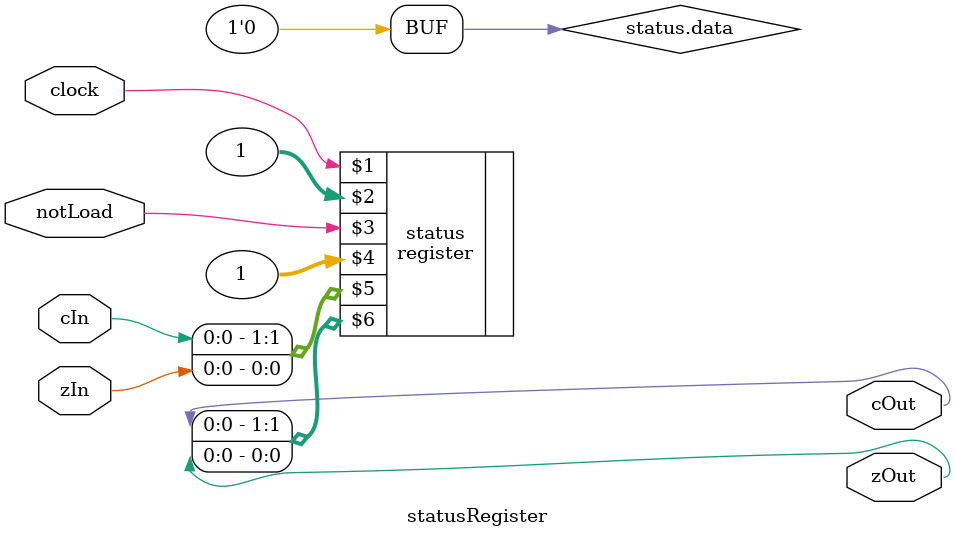
<source format=v>
`ifndef _STATUS_INCLUDED_
`define _STATUS_INCLUDED_

`include "../register/register.v"

module statusRegister(clock, notLoad, cIn, cOut, zIn, zOut);
	input clock, cIn, zIn, notLoad;
	output cOut, zOut;
	
	initial begin
	status.data = 0;
	end
	
	register #(.DATA_WIDTH(2)) status(clock, 1, notLoad, 1, {cIn, zIn}, {cOut, zOut});
	
endmodule

`endif

</source>
